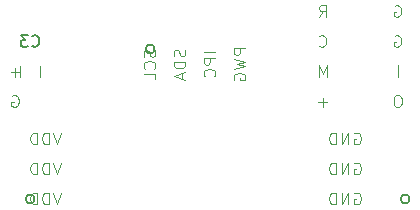
<source format=gbr>
G04 #@! TF.GenerationSoftware,KiCad,Pcbnew,(5.0.2)-1*
G04 #@! TF.CreationDate,2019-08-29T18:00:19-04:00*
G04 #@! TF.ProjectId,IGEM_Device,4947454d-5f44-4657-9669-63652e6b6963,rev?*
G04 #@! TF.SameCoordinates,Original*
G04 #@! TF.FileFunction,Legend,Bot*
G04 #@! TF.FilePolarity,Positive*
%FSLAX46Y46*%
G04 Gerber Fmt 4.6, Leading zero omitted, Abs format (unit mm)*
G04 Created by KiCad (PCBNEW (5.0.2)-1) date 2019-08-29 6:00:19 PM*
%MOMM*%
%LPD*%
G01*
G04 APERTURE LIST*
%ADD10C,0.100000*%
%ADD11C,0.120000*%
%ADD12C,0.152400*%
%ADD13C,0.150000*%
G04 APERTURE END LIST*
D10*
X141978095Y-59825000D02*
X142073333Y-59777380D01*
X142216190Y-59777380D01*
X142359047Y-59825000D01*
X142454285Y-59920238D01*
X142501904Y-60015476D01*
X142549523Y-60205952D01*
X142549523Y-60348809D01*
X142501904Y-60539285D01*
X142454285Y-60634523D01*
X142359047Y-60729761D01*
X142216190Y-60777380D01*
X142120952Y-60777380D01*
X141978095Y-60729761D01*
X141930476Y-60682142D01*
X141930476Y-60348809D01*
X142120952Y-60348809D01*
X142620952Y-57856428D02*
X141859047Y-57856428D01*
X142240000Y-58237380D02*
X142240000Y-57475476D01*
X170941904Y-68080000D02*
X171037142Y-68032380D01*
X171180000Y-68032380D01*
X171322857Y-68080000D01*
X171418095Y-68175238D01*
X171465714Y-68270476D01*
X171513333Y-68460952D01*
X171513333Y-68603809D01*
X171465714Y-68794285D01*
X171418095Y-68889523D01*
X171322857Y-68984761D01*
X171180000Y-69032380D01*
X171084761Y-69032380D01*
X170941904Y-68984761D01*
X170894285Y-68937142D01*
X170894285Y-68603809D01*
X171084761Y-68603809D01*
X170465714Y-69032380D02*
X170465714Y-68032380D01*
X169894285Y-69032380D01*
X169894285Y-68032380D01*
X169418095Y-69032380D02*
X169418095Y-68032380D01*
X169180000Y-68032380D01*
X169037142Y-68080000D01*
X168941904Y-68175238D01*
X168894285Y-68270476D01*
X168846666Y-68460952D01*
X168846666Y-68603809D01*
X168894285Y-68794285D01*
X168941904Y-68889523D01*
X169037142Y-68984761D01*
X169180000Y-69032380D01*
X169418095Y-69032380D01*
X170941904Y-65540000D02*
X171037142Y-65492380D01*
X171180000Y-65492380D01*
X171322857Y-65540000D01*
X171418095Y-65635238D01*
X171465714Y-65730476D01*
X171513333Y-65920952D01*
X171513333Y-66063809D01*
X171465714Y-66254285D01*
X171418095Y-66349523D01*
X171322857Y-66444761D01*
X171180000Y-66492380D01*
X171084761Y-66492380D01*
X170941904Y-66444761D01*
X170894285Y-66397142D01*
X170894285Y-66063809D01*
X171084761Y-66063809D01*
X170465714Y-66492380D02*
X170465714Y-65492380D01*
X169894285Y-66492380D01*
X169894285Y-65492380D01*
X169418095Y-66492380D02*
X169418095Y-65492380D01*
X169180000Y-65492380D01*
X169037142Y-65540000D01*
X168941904Y-65635238D01*
X168894285Y-65730476D01*
X168846666Y-65920952D01*
X168846666Y-66063809D01*
X168894285Y-66254285D01*
X168941904Y-66349523D01*
X169037142Y-66444761D01*
X169180000Y-66492380D01*
X169418095Y-66492380D01*
X170941904Y-63000000D02*
X171037142Y-62952380D01*
X171180000Y-62952380D01*
X171322857Y-63000000D01*
X171418095Y-63095238D01*
X171465714Y-63190476D01*
X171513333Y-63380952D01*
X171513333Y-63523809D01*
X171465714Y-63714285D01*
X171418095Y-63809523D01*
X171322857Y-63904761D01*
X171180000Y-63952380D01*
X171084761Y-63952380D01*
X170941904Y-63904761D01*
X170894285Y-63857142D01*
X170894285Y-63523809D01*
X171084761Y-63523809D01*
X170465714Y-63952380D02*
X170465714Y-62952380D01*
X169894285Y-63952380D01*
X169894285Y-62952380D01*
X169418095Y-63952380D02*
X169418095Y-62952380D01*
X169180000Y-62952380D01*
X169037142Y-63000000D01*
X168941904Y-63095238D01*
X168894285Y-63190476D01*
X168846666Y-63380952D01*
X168846666Y-63523809D01*
X168894285Y-63714285D01*
X168941904Y-63809523D01*
X169037142Y-63904761D01*
X169180000Y-63952380D01*
X169418095Y-63952380D01*
X146113333Y-68032380D02*
X145780000Y-69032380D01*
X145446666Y-68032380D01*
X145113333Y-69032380D02*
X145113333Y-68032380D01*
X144875238Y-68032380D01*
X144732380Y-68080000D01*
X144637142Y-68175238D01*
X144589523Y-68270476D01*
X144541904Y-68460952D01*
X144541904Y-68603809D01*
X144589523Y-68794285D01*
X144637142Y-68889523D01*
X144732380Y-68984761D01*
X144875238Y-69032380D01*
X145113333Y-69032380D01*
X144113333Y-69032380D02*
X144113333Y-68032380D01*
X143875238Y-68032380D01*
X143732380Y-68080000D01*
X143637142Y-68175238D01*
X143589523Y-68270476D01*
X143541904Y-68460952D01*
X143541904Y-68603809D01*
X143589523Y-68794285D01*
X143637142Y-68889523D01*
X143732380Y-68984761D01*
X143875238Y-69032380D01*
X144113333Y-69032380D01*
X146113333Y-65492380D02*
X145780000Y-66492380D01*
X145446666Y-65492380D01*
X145113333Y-66492380D02*
X145113333Y-65492380D01*
X144875238Y-65492380D01*
X144732380Y-65540000D01*
X144637142Y-65635238D01*
X144589523Y-65730476D01*
X144541904Y-65920952D01*
X144541904Y-66063809D01*
X144589523Y-66254285D01*
X144637142Y-66349523D01*
X144732380Y-66444761D01*
X144875238Y-66492380D01*
X145113333Y-66492380D01*
X144113333Y-66492380D02*
X144113333Y-65492380D01*
X143875238Y-65492380D01*
X143732380Y-65540000D01*
X143637142Y-65635238D01*
X143589523Y-65730476D01*
X143541904Y-65920952D01*
X143541904Y-66063809D01*
X143589523Y-66254285D01*
X143637142Y-66349523D01*
X143732380Y-66444761D01*
X143875238Y-66492380D01*
X144113333Y-66492380D01*
X146113333Y-62952380D02*
X145780000Y-63952380D01*
X145446666Y-62952380D01*
X145113333Y-63952380D02*
X145113333Y-62952380D01*
X144875238Y-62952380D01*
X144732380Y-63000000D01*
X144637142Y-63095238D01*
X144589523Y-63190476D01*
X144541904Y-63380952D01*
X144541904Y-63523809D01*
X144589523Y-63714285D01*
X144637142Y-63809523D01*
X144732380Y-63904761D01*
X144875238Y-63952380D01*
X145113333Y-63952380D01*
X144113333Y-63952380D02*
X144113333Y-62952380D01*
X143875238Y-62952380D01*
X143732380Y-63000000D01*
X143637142Y-63095238D01*
X143589523Y-63190476D01*
X143541904Y-63380952D01*
X143541904Y-63523809D01*
X143589523Y-63714285D01*
X143637142Y-63809523D01*
X143732380Y-63904761D01*
X143875238Y-63952380D01*
X144113333Y-63952380D01*
X168655952Y-60396428D02*
X167894047Y-60396428D01*
X168275000Y-60777380D02*
X168275000Y-60015476D01*
X168608333Y-58237380D02*
X168608333Y-57237380D01*
X168275000Y-57951666D01*
X167941666Y-57237380D01*
X167941666Y-58237380D01*
X167965476Y-55602142D02*
X168013095Y-55649761D01*
X168155952Y-55697380D01*
X168251190Y-55697380D01*
X168394047Y-55649761D01*
X168489285Y-55554523D01*
X168536904Y-55459285D01*
X168584523Y-55268809D01*
X168584523Y-55125952D01*
X168536904Y-54935476D01*
X168489285Y-54840238D01*
X168394047Y-54745000D01*
X168251190Y-54697380D01*
X168155952Y-54697380D01*
X168013095Y-54745000D01*
X167965476Y-54792619D01*
X167965476Y-53157380D02*
X168298809Y-52681190D01*
X168536904Y-53157380D02*
X168536904Y-52157380D01*
X168155952Y-52157380D01*
X168060714Y-52205000D01*
X168013095Y-52252619D01*
X167965476Y-52347857D01*
X167965476Y-52490714D01*
X168013095Y-52585952D01*
X168060714Y-52633571D01*
X168155952Y-52681190D01*
X168536904Y-52681190D01*
X174720238Y-59777380D02*
X174529761Y-59777380D01*
X174434523Y-59825000D01*
X174339285Y-59920238D01*
X174291666Y-60110714D01*
X174291666Y-60444047D01*
X174339285Y-60634523D01*
X174434523Y-60729761D01*
X174529761Y-60777380D01*
X174720238Y-60777380D01*
X174815476Y-60729761D01*
X174910714Y-60634523D01*
X174958333Y-60444047D01*
X174958333Y-60110714D01*
X174910714Y-59920238D01*
X174815476Y-59825000D01*
X174720238Y-59777380D01*
X174625000Y-58237380D02*
X174625000Y-57237380D01*
X174363095Y-54745000D02*
X174458333Y-54697380D01*
X174601190Y-54697380D01*
X174744047Y-54745000D01*
X174839285Y-54840238D01*
X174886904Y-54935476D01*
X174934523Y-55125952D01*
X174934523Y-55268809D01*
X174886904Y-55459285D01*
X174839285Y-55554523D01*
X174744047Y-55649761D01*
X174601190Y-55697380D01*
X174505952Y-55697380D01*
X174363095Y-55649761D01*
X174315476Y-55602142D01*
X174315476Y-55268809D01*
X174505952Y-55268809D01*
X174363095Y-52205000D02*
X174458333Y-52157380D01*
X174601190Y-52157380D01*
X174744047Y-52205000D01*
X174839285Y-52300238D01*
X174886904Y-52395476D01*
X174934523Y-52585952D01*
X174934523Y-52728809D01*
X174886904Y-52919285D01*
X174839285Y-53014523D01*
X174744047Y-53109761D01*
X174601190Y-53157380D01*
X174505952Y-53157380D01*
X174363095Y-53109761D01*
X174315476Y-53062142D01*
X174315476Y-52728809D01*
X174505952Y-52728809D01*
X161742380Y-55816666D02*
X160742380Y-55816666D01*
X160742380Y-56197619D01*
X160790000Y-56292857D01*
X160837619Y-56340476D01*
X160932857Y-56388095D01*
X161075714Y-56388095D01*
X161170952Y-56340476D01*
X161218571Y-56292857D01*
X161266190Y-56197619D01*
X161266190Y-55816666D01*
X160742380Y-56721428D02*
X161742380Y-56959523D01*
X161028095Y-57150000D01*
X161742380Y-57340476D01*
X160742380Y-57578571D01*
X160790000Y-58483333D02*
X160742380Y-58388095D01*
X160742380Y-58245238D01*
X160790000Y-58102380D01*
X160885238Y-58007142D01*
X160980476Y-57959523D01*
X161170952Y-57911904D01*
X161313809Y-57911904D01*
X161504285Y-57959523D01*
X161599523Y-58007142D01*
X161694761Y-58102380D01*
X161742380Y-58245238D01*
X161742380Y-58340476D01*
X161694761Y-58483333D01*
X161647142Y-58530952D01*
X161313809Y-58530952D01*
X161313809Y-58340476D01*
X159202380Y-56150000D02*
X158202380Y-56150000D01*
X159202380Y-56626190D02*
X158202380Y-56626190D01*
X158202380Y-57007142D01*
X158250000Y-57102380D01*
X158297619Y-57150000D01*
X158392857Y-57197619D01*
X158535714Y-57197619D01*
X158630952Y-57150000D01*
X158678571Y-57102380D01*
X158726190Y-57007142D01*
X158726190Y-56626190D01*
X159107142Y-58197619D02*
X159154761Y-58150000D01*
X159202380Y-58007142D01*
X159202380Y-57911904D01*
X159154761Y-57769047D01*
X159059523Y-57673809D01*
X158964285Y-57626190D01*
X158773809Y-57578571D01*
X158630952Y-57578571D01*
X158440476Y-57626190D01*
X158345238Y-57673809D01*
X158250000Y-57769047D01*
X158202380Y-57911904D01*
X158202380Y-58007142D01*
X158250000Y-58150000D01*
X158297619Y-58197619D01*
X156614761Y-55935714D02*
X156662380Y-56078571D01*
X156662380Y-56316666D01*
X156614761Y-56411904D01*
X156567142Y-56459523D01*
X156471904Y-56507142D01*
X156376666Y-56507142D01*
X156281428Y-56459523D01*
X156233809Y-56411904D01*
X156186190Y-56316666D01*
X156138571Y-56126190D01*
X156090952Y-56030952D01*
X156043333Y-55983333D01*
X155948095Y-55935714D01*
X155852857Y-55935714D01*
X155757619Y-55983333D01*
X155710000Y-56030952D01*
X155662380Y-56126190D01*
X155662380Y-56364285D01*
X155710000Y-56507142D01*
X156662380Y-56935714D02*
X155662380Y-56935714D01*
X155662380Y-57173809D01*
X155710000Y-57316666D01*
X155805238Y-57411904D01*
X155900476Y-57459523D01*
X156090952Y-57507142D01*
X156233809Y-57507142D01*
X156424285Y-57459523D01*
X156519523Y-57411904D01*
X156614761Y-57316666D01*
X156662380Y-57173809D01*
X156662380Y-56935714D01*
X156376666Y-57888095D02*
X156376666Y-58364285D01*
X156662380Y-57792857D02*
X155662380Y-58126190D01*
X156662380Y-58459523D01*
X154074761Y-55959523D02*
X154122380Y-56102380D01*
X154122380Y-56340476D01*
X154074761Y-56435714D01*
X154027142Y-56483333D01*
X153931904Y-56530952D01*
X153836666Y-56530952D01*
X153741428Y-56483333D01*
X153693809Y-56435714D01*
X153646190Y-56340476D01*
X153598571Y-56150000D01*
X153550952Y-56054761D01*
X153503333Y-56007142D01*
X153408095Y-55959523D01*
X153312857Y-55959523D01*
X153217619Y-56007142D01*
X153170000Y-56054761D01*
X153122380Y-56150000D01*
X153122380Y-56388095D01*
X153170000Y-56530952D01*
X154027142Y-57530952D02*
X154074761Y-57483333D01*
X154122380Y-57340476D01*
X154122380Y-57245238D01*
X154074761Y-57102380D01*
X153979523Y-57007142D01*
X153884285Y-56959523D01*
X153693809Y-56911904D01*
X153550952Y-56911904D01*
X153360476Y-56959523D01*
X153265238Y-57007142D01*
X153170000Y-57102380D01*
X153122380Y-57245238D01*
X153122380Y-57340476D01*
X153170000Y-57483333D01*
X153217619Y-57530952D01*
X154122380Y-58435714D02*
X154122380Y-57959523D01*
X153122380Y-57959523D01*
D11*
G04 #@! TO.C,C3*
X144360000Y-57285000D02*
X144360000Y-58285000D01*
X142660000Y-58285000D02*
X142660000Y-57285000D01*
D12*
G04 #@! TO.C,J8*
X143891000Y-68580000D02*
G75*
G03X143891000Y-68580000I-381000J0D01*
G01*
G04 #@! TO.C,J9*
X175641000Y-68580000D02*
G75*
G03X175641000Y-68580000I-381000J0D01*
G01*
G04 #@! TO.C,J4*
X154051000Y-55880000D02*
G75*
G03X154051000Y-55880000I-381000J0D01*
G01*
G04 #@! TO.C,C3*
D13*
X143676666Y-55602142D02*
X143724285Y-55649761D01*
X143867142Y-55697380D01*
X143962380Y-55697380D01*
X144105238Y-55649761D01*
X144200476Y-55554523D01*
X144248095Y-55459285D01*
X144295714Y-55268809D01*
X144295714Y-55125952D01*
X144248095Y-54935476D01*
X144200476Y-54840238D01*
X144105238Y-54745000D01*
X143962380Y-54697380D01*
X143867142Y-54697380D01*
X143724285Y-54745000D01*
X143676666Y-54792619D01*
X143343333Y-54697380D02*
X142724285Y-54697380D01*
X143057619Y-55078333D01*
X142914761Y-55078333D01*
X142819523Y-55125952D01*
X142771904Y-55173571D01*
X142724285Y-55268809D01*
X142724285Y-55506904D01*
X142771904Y-55602142D01*
X142819523Y-55649761D01*
X142914761Y-55697380D01*
X143200476Y-55697380D01*
X143295714Y-55649761D01*
X143343333Y-55602142D01*
G04 #@! TD*
M02*

</source>
